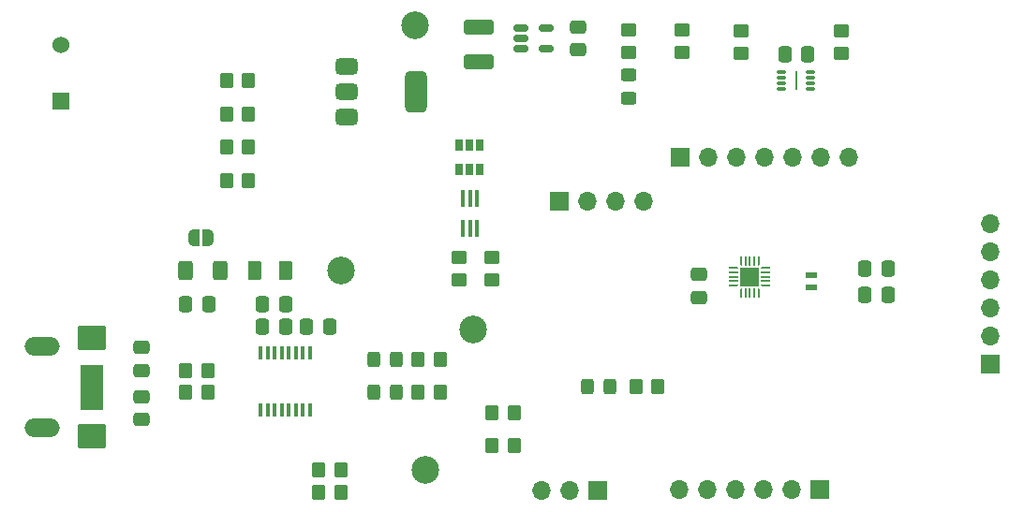
<source format=gbr>
%TF.GenerationSoftware,KiCad,Pcbnew,8.0.7*%
%TF.CreationDate,2025-02-09T15:31:53-05:00*%
%TF.ProjectId,ATTiny_416_Sensor_Board,41545469-6e79-45f3-9431-365f53656e73,rev?*%
%TF.SameCoordinates,Original*%
%TF.FileFunction,Soldermask,Top*%
%TF.FilePolarity,Negative*%
%FSLAX46Y46*%
G04 Gerber Fmt 4.6, Leading zero omitted, Abs format (unit mm)*
G04 Created by KiCad (PCBNEW 8.0.7) date 2025-02-09 15:31:53*
%MOMM*%
%LPD*%
G01*
G04 APERTURE LIST*
G04 Aperture macros list*
%AMRoundRect*
0 Rectangle with rounded corners*
0 $1 Rounding radius*
0 $2 $3 $4 $5 $6 $7 $8 $9 X,Y pos of 4 corners*
0 Add a 4 corners polygon primitive as box body*
4,1,4,$2,$3,$4,$5,$6,$7,$8,$9,$2,$3,0*
0 Add four circle primitives for the rounded corners*
1,1,$1+$1,$2,$3*
1,1,$1+$1,$4,$5*
1,1,$1+$1,$6,$7*
1,1,$1+$1,$8,$9*
0 Add four rect primitives between the rounded corners*
20,1,$1+$1,$2,$3,$4,$5,0*
20,1,$1+$1,$4,$5,$6,$7,0*
20,1,$1+$1,$6,$7,$8,$9,0*
20,1,$1+$1,$8,$9,$2,$3,0*%
%AMFreePoly0*
4,1,14,0.334644,0.085355,0.385355,0.034644,0.400000,-0.000711,0.400000,-0.050000,0.385355,-0.085355,0.350000,-0.100000,-0.350000,-0.100000,-0.385355,-0.085355,-0.400000,-0.050000,-0.400000,0.050000,-0.385355,0.085355,-0.350000,0.100000,0.299289,0.100000,0.334644,0.085355,0.334644,0.085355,$1*%
%AMFreePoly1*
4,1,14,0.385355,0.085355,0.400000,0.050000,0.400000,0.000711,0.385355,-0.034644,0.334644,-0.085355,0.299289,-0.100000,-0.350000,-0.100000,-0.385355,-0.085355,-0.400000,-0.050000,-0.400000,0.050000,-0.385355,0.085355,-0.350000,0.100000,0.350000,0.100000,0.385355,0.085355,0.385355,0.085355,$1*%
%AMFreePoly2*
4,1,14,0.085355,0.385355,0.100000,0.350000,0.100000,-0.350000,0.085355,-0.385355,0.050000,-0.400000,-0.050000,-0.400000,-0.085355,-0.385355,-0.100000,-0.350000,-0.100000,0.299289,-0.085355,0.334644,-0.034644,0.385355,0.000711,0.400000,0.050000,0.400000,0.085355,0.385355,0.085355,0.385355,$1*%
%AMFreePoly3*
4,1,14,0.034644,0.385355,0.085355,0.334644,0.100000,0.299289,0.100000,-0.350000,0.085355,-0.385355,0.050000,-0.400000,-0.050000,-0.400000,-0.085355,-0.385355,-0.100000,-0.350000,-0.100000,0.350000,-0.085355,0.385355,-0.050000,0.400000,-0.000711,0.400000,0.034644,0.385355,0.034644,0.385355,$1*%
%AMFreePoly4*
4,1,14,0.385355,0.085355,0.400000,0.050000,0.400000,-0.050000,0.385355,-0.085355,0.350000,-0.100000,-0.299289,-0.100000,-0.334644,-0.085355,-0.385355,-0.034644,-0.400000,0.000711,-0.400000,0.050000,-0.385355,0.085355,-0.350000,0.100000,0.350000,0.100000,0.385355,0.085355,0.385355,0.085355,$1*%
%AMFreePoly5*
4,1,14,0.385355,0.085355,0.400000,0.050000,0.400000,-0.050000,0.385355,-0.085355,0.350000,-0.100000,-0.350000,-0.100000,-0.385355,-0.085355,-0.400000,-0.050000,-0.400000,-0.000711,-0.385355,0.034644,-0.334644,0.085355,-0.299289,0.100000,0.350000,0.100000,0.385355,0.085355,0.385355,0.085355,$1*%
%AMFreePoly6*
4,1,14,0.085355,0.385355,0.100000,0.350000,0.100000,-0.299289,0.085355,-0.334644,0.034644,-0.385355,-0.000711,-0.400000,-0.050000,-0.400000,-0.085355,-0.385355,-0.100000,-0.350000,-0.100000,0.350000,-0.085355,0.385355,-0.050000,0.400000,0.050000,0.400000,0.085355,0.385355,0.085355,0.385355,$1*%
%AMFreePoly7*
4,1,14,0.085355,0.385355,0.100000,0.350000,0.100000,-0.350000,0.085355,-0.385355,0.050000,-0.400000,0.000711,-0.400000,-0.034644,-0.385355,-0.085355,-0.334644,-0.100000,-0.299289,-0.100000,0.350000,-0.085355,0.385355,-0.050000,0.400000,0.050000,0.400000,0.085355,0.385355,0.085355,0.385355,$1*%
%AMFreePoly8*
4,1,19,0.500000,-0.750000,0.000000,-0.750000,0.000000,-0.744911,-0.071157,-0.744911,-0.207708,-0.704816,-0.327430,-0.627875,-0.420627,-0.520320,-0.479746,-0.390866,-0.500000,-0.250000,-0.500000,0.250000,-0.479746,0.390866,-0.420627,0.520320,-0.327430,0.627875,-0.207708,0.704816,-0.071157,0.744911,0.000000,0.744911,0.000000,0.750000,0.500000,0.750000,0.500000,-0.750000,0.500000,-0.750000,
$1*%
%AMFreePoly9*
4,1,19,0.000000,0.744911,0.071157,0.744911,0.207708,0.704816,0.327430,0.627875,0.420627,0.520320,0.479746,0.390866,0.500000,0.250000,0.500000,-0.250000,0.479746,-0.390866,0.420627,-0.520320,0.327430,-0.627875,0.207708,-0.704816,0.071157,-0.744911,0.000000,-0.744911,0.000000,-0.750000,-0.500000,-0.750000,-0.500000,0.750000,0.000000,0.750000,0.000000,0.744911,0.000000,0.744911,
$1*%
G04 Aperture macros list end*
%ADD10C,0.010000*%
%ADD11R,0.700000X1.000000*%
%ADD12RoundRect,0.102000X-1.150000X1.000000X-1.150000X-1.000000X1.150000X-1.000000X1.150000X1.000000X0*%
%ADD13O,3.184000X1.694000*%
%ADD14R,1.000000X0.500000*%
%ADD15R,1.700000X1.700000*%
%ADD16O,1.700000X1.700000*%
%ADD17RoundRect,0.250000X0.475000X-0.337500X0.475000X0.337500X-0.475000X0.337500X-0.475000X-0.337500X0*%
%ADD18FreePoly0,0.000000*%
%ADD19RoundRect,0.050000X-0.350000X-0.050000X0.350000X-0.050000X0.350000X0.050000X-0.350000X0.050000X0*%
%ADD20FreePoly1,0.000000*%
%ADD21FreePoly2,0.000000*%
%ADD22RoundRect,0.050000X-0.050000X-0.350000X0.050000X-0.350000X0.050000X0.350000X-0.050000X0.350000X0*%
%ADD23FreePoly3,0.000000*%
%ADD24FreePoly4,0.000000*%
%ADD25FreePoly5,0.000000*%
%ADD26FreePoly6,0.000000*%
%ADD27FreePoly7,0.000000*%
%ADD28RoundRect,0.250000X0.337500X0.475000X-0.337500X0.475000X-0.337500X-0.475000X0.337500X-0.475000X0*%
%ADD29RoundRect,0.250000X-0.325000X-0.450000X0.325000X-0.450000X0.325000X0.450000X-0.325000X0.450000X0*%
%ADD30RoundRect,0.250000X0.350000X0.450000X-0.350000X0.450000X-0.350000X-0.450000X0.350000X-0.450000X0*%
%ADD31RoundRect,0.250000X1.100000X-0.412500X1.100000X0.412500X-1.100000X0.412500X-1.100000X-0.412500X0*%
%ADD32RoundRect,0.250000X-0.350000X-0.450000X0.350000X-0.450000X0.350000X0.450000X-0.350000X0.450000X0*%
%ADD33RoundRect,0.375000X-0.625000X-0.375000X0.625000X-0.375000X0.625000X0.375000X-0.625000X0.375000X0*%
%ADD34RoundRect,0.500000X-0.500000X-1.400000X0.500000X-1.400000X0.500000X1.400000X-0.500000X1.400000X0*%
%ADD35RoundRect,0.250000X-0.450000X0.350000X-0.450000X-0.350000X0.450000X-0.350000X0.450000X0.350000X0*%
%ADD36RoundRect,0.250000X-0.475000X0.337500X-0.475000X-0.337500X0.475000X-0.337500X0.475000X0.337500X0*%
%ADD37R,0.400000X1.200000*%
%ADD38RoundRect,0.250000X0.450000X-0.350000X0.450000X0.350000X-0.450000X0.350000X-0.450000X-0.350000X0*%
%ADD39RoundRect,0.250000X-0.337500X-0.475000X0.337500X-0.475000X0.337500X0.475000X-0.337500X0.475000X0*%
%ADD40RoundRect,0.250000X0.375000X0.625000X-0.375000X0.625000X-0.375000X-0.625000X0.375000X-0.625000X0*%
%ADD41RoundRect,0.250000X0.450000X-0.325000X0.450000X0.325000X-0.450000X0.325000X-0.450000X-0.325000X0*%
%ADD42C,2.500000*%
%ADD43RoundRect,0.150000X-0.512500X-0.150000X0.512500X-0.150000X0.512500X0.150000X-0.512500X0.150000X0*%
%ADD44R,1.524000X1.524000*%
%ADD45C,1.524000*%
%ADD46FreePoly8,0.000000*%
%ADD47FreePoly9,0.000000*%
%ADD48RoundRect,0.062500X-0.062500X-0.762500X0.062500X-0.762500X0.062500X0.762500X-0.062500X0.762500X0*%
%ADD49RoundRect,0.100000X-0.300000X-0.050000X0.300000X-0.050000X0.300000X0.050000X-0.300000X0.050000X0*%
%ADD50RoundRect,0.100000X0.100000X-0.650000X0.100000X0.650000X-0.100000X0.650000X-0.100000X-0.650000X0*%
%ADD51RoundRect,0.250000X0.400000X0.625000X-0.400000X0.625000X-0.400000X-0.625000X0.400000X-0.625000X0*%
G04 APERTURE END LIST*
D10*
%TO.C,J2*%
X119442500Y-106024500D02*
X117542500Y-106024500D01*
X117542500Y-105324500D01*
X119442500Y-105324500D01*
X119442500Y-106024500D01*
G36*
X119442500Y-106024500D02*
G01*
X117542500Y-106024500D01*
X117542500Y-105324500D01*
X119442500Y-105324500D01*
X119442500Y-106024500D01*
G37*
X119442500Y-106824500D02*
X117542500Y-106824500D01*
X117542500Y-106124500D01*
X119442500Y-106124500D01*
X119442500Y-106824500D01*
G36*
X119442500Y-106824500D02*
G01*
X117542500Y-106824500D01*
X117542500Y-106124500D01*
X119442500Y-106124500D01*
X119442500Y-106824500D01*
G37*
X119442500Y-107624500D02*
X117542500Y-107624500D01*
X117542500Y-106924500D01*
X119442500Y-106924500D01*
X119442500Y-107624500D01*
G36*
X119442500Y-107624500D02*
G01*
X117542500Y-107624500D01*
X117542500Y-106924500D01*
X119442500Y-106924500D01*
X119442500Y-107624500D01*
G37*
X119442500Y-108424500D02*
X117542500Y-108424500D01*
X117542500Y-107724500D01*
X119442500Y-107724500D01*
X119442500Y-108424500D01*
G36*
X119442500Y-108424500D02*
G01*
X117542500Y-108424500D01*
X117542500Y-107724500D01*
X119442500Y-107724500D01*
X119442500Y-108424500D01*
G37*
X119442500Y-109224500D02*
X117542500Y-109224500D01*
X117542500Y-108524500D01*
X119442500Y-108524500D01*
X119442500Y-109224500D01*
G36*
X119442500Y-109224500D02*
G01*
X117542500Y-109224500D01*
X117542500Y-108524500D01*
X119442500Y-108524500D01*
X119442500Y-109224500D01*
G37*
%TD*%
D11*
%TO.C,U5*%
X151725000Y-87574500D03*
X152675000Y-87574500D03*
X153625000Y-87574500D03*
X153625000Y-85375500D03*
X152675000Y-85375500D03*
X151725000Y-85375500D03*
%TD*%
D12*
%TO.C,J2*%
X118542500Y-102824500D03*
X118542500Y-111724500D03*
D13*
X114042500Y-103624500D03*
X114042500Y-110924500D03*
%TD*%
D14*
%TO.C,Y1*%
X183600000Y-98299500D03*
X183600000Y-97199500D03*
%TD*%
D15*
%TO.C,J5*%
X164250000Y-116599500D03*
D16*
X161710000Y-116599500D03*
X159170000Y-116599500D03*
%TD*%
D17*
%TO.C,C1*%
X173400000Y-99174500D03*
X173400000Y-97099500D03*
%TD*%
D18*
%TO.C,U1*%
X176550000Y-96499500D03*
D19*
X176550000Y-96899500D03*
X176550000Y-97299500D03*
X176550000Y-97699500D03*
D20*
X176550000Y-98099500D03*
D21*
X177200000Y-98749500D03*
D22*
X177600000Y-98749500D03*
X178000000Y-98749500D03*
X178400000Y-98749500D03*
D23*
X178800000Y-98749500D03*
D24*
X179450000Y-98099500D03*
D19*
X179450000Y-97699500D03*
X179450000Y-97299500D03*
X179450000Y-96899500D03*
D25*
X179450000Y-96499500D03*
D26*
X178800000Y-95849500D03*
D22*
X178400000Y-95849500D03*
X178000000Y-95849500D03*
X177600000Y-95849500D03*
D27*
X177200000Y-95849500D03*
D15*
X178000000Y-97299500D03*
%TD*%
D17*
%TO.C,C7*%
X123042500Y-105774500D03*
X123042500Y-103699500D03*
%TD*%
D28*
%TO.C,C4*%
X136042500Y-99774500D03*
X133967500Y-99774500D03*
%TD*%
D29*
%TO.C,D1*%
X144017500Y-104774500D03*
X146067500Y-104774500D03*
%TD*%
D15*
%TO.C,J3*%
X171725000Y-86474500D03*
D16*
X174265000Y-86474500D03*
X176805000Y-86474500D03*
X179345000Y-86474500D03*
X181885000Y-86474500D03*
X184425000Y-86474500D03*
X186965000Y-86474500D03*
%TD*%
D30*
%TO.C,R13*%
X132725000Y-82574500D03*
X130725000Y-82574500D03*
%TD*%
D31*
%TO.C,C11*%
X153475000Y-77849500D03*
X153475000Y-74724500D03*
%TD*%
D32*
%TO.C,R3*%
X148042500Y-104774500D03*
X150042500Y-104774500D03*
%TD*%
D33*
%TO.C,D4*%
X141575000Y-78274500D03*
X141575000Y-80574500D03*
X141575000Y-82874500D03*
D34*
X147875000Y-80574500D03*
%TD*%
D35*
%TO.C,R10*%
X171850000Y-74999500D03*
X171850000Y-76999500D03*
%TD*%
D36*
%TO.C,C8*%
X123042500Y-108124500D03*
X123042500Y-110199500D03*
%TD*%
D37*
%TO.C,U2*%
X133820000Y-109374500D03*
X134455000Y-109374500D03*
X135090000Y-109374500D03*
X135725000Y-109374500D03*
X136360000Y-109374500D03*
X136995000Y-109374500D03*
X137630000Y-109374500D03*
X138265000Y-109374500D03*
X138265000Y-104174500D03*
X137630000Y-104174500D03*
X136995000Y-104174500D03*
X136360000Y-104174500D03*
X135725000Y-104174500D03*
X135090000Y-104174500D03*
X134455000Y-104174500D03*
X133820000Y-104174500D03*
%TD*%
D38*
%TO.C,R19*%
X167050000Y-76999500D03*
X167050000Y-74999500D03*
%TD*%
D15*
%TO.C,J1*%
X160805000Y-90474500D03*
D16*
X163345000Y-90474500D03*
X165885000Y-90474500D03*
X168425000Y-90474500D03*
%TD*%
D39*
%TO.C,C3*%
X188400000Y-98899500D03*
X190475000Y-98899500D03*
%TD*%
D40*
%TO.C,F1*%
X136042500Y-96774500D03*
X133242500Y-96774500D03*
%TD*%
D35*
%TO.C,R12*%
X177250000Y-75099500D03*
X177250000Y-77099500D03*
%TD*%
D32*
%TO.C,R17*%
X130725000Y-88574500D03*
X132725000Y-88574500D03*
%TD*%
D41*
%TO.C,D5*%
X167050000Y-81124500D03*
X167050000Y-79074500D03*
%TD*%
D42*
%TO.C,TP2*%
X141042500Y-96774500D03*
%TD*%
D32*
%TO.C,R18*%
X167700000Y-107274500D03*
X169700000Y-107274500D03*
%TD*%
D28*
%TO.C,C6*%
X136042500Y-101774500D03*
X133967500Y-101774500D03*
%TD*%
D17*
%TO.C,C12*%
X162475000Y-76762000D03*
X162475000Y-74687000D03*
%TD*%
D32*
%TO.C,R7*%
X130725000Y-79574500D03*
X132725000Y-79574500D03*
%TD*%
D28*
%TO.C,C10*%
X183262500Y-77174500D03*
X181187500Y-77174500D03*
%TD*%
D32*
%TO.C,R9*%
X154725000Y-112574500D03*
X156725000Y-112574500D03*
%TD*%
D35*
%TO.C,R11*%
X186250000Y-75099500D03*
X186250000Y-77099500D03*
%TD*%
D32*
%TO.C,R8*%
X154725000Y-109574500D03*
X156725000Y-109574500D03*
%TD*%
%TO.C,R5*%
X127042500Y-105774500D03*
X129042500Y-105774500D03*
%TD*%
D43*
%TO.C,U6*%
X157337500Y-74774500D03*
X157337500Y-75724500D03*
X157337500Y-76674500D03*
X159612500Y-76674500D03*
X159612500Y-74774500D03*
%TD*%
D42*
%TO.C,TP3*%
X152975000Y-102074500D03*
%TD*%
D30*
%TO.C,R1*%
X141042500Y-116774500D03*
X139042500Y-116774500D03*
%TD*%
D44*
%TO.C,J4*%
X115725000Y-81374500D03*
D45*
X115725000Y-76294500D03*
%TD*%
D46*
%TO.C,JP1*%
X127742500Y-93774500D03*
D47*
X129042500Y-93774500D03*
%TD*%
D48*
%TO.C,U4*%
X182198500Y-79551000D03*
D49*
X180898500Y-78801000D03*
X180898500Y-79301000D03*
X180898500Y-79801000D03*
X180898500Y-80301000D03*
X183498500Y-80301000D03*
X183498500Y-79801000D03*
X183498500Y-79301000D03*
X183498500Y-78801000D03*
%TD*%
D15*
%TO.C,J6*%
X199725000Y-105194500D03*
D16*
X199725000Y-102654500D03*
X199725000Y-100114500D03*
X199725000Y-97574500D03*
X199725000Y-95034500D03*
X199725000Y-92494500D03*
%TD*%
D32*
%TO.C,R14*%
X130725000Y-85574500D03*
X132725000Y-85574500D03*
%TD*%
D50*
%TO.C,U3*%
X152075500Y-92894500D03*
X152725500Y-92894500D03*
X153375500Y-92894500D03*
X153375500Y-90234500D03*
X152725500Y-90234500D03*
X152075500Y-90234500D03*
%TD*%
D29*
%TO.C,D3*%
X163300000Y-107274500D03*
X165350000Y-107274500D03*
%TD*%
D42*
%TO.C,TP1*%
X148725000Y-114774500D03*
%TD*%
D39*
%TO.C,C9*%
X127042500Y-99774500D03*
X129117500Y-99774500D03*
%TD*%
D29*
%TO.C,D2*%
X144017500Y-107774500D03*
X146067500Y-107774500D03*
%TD*%
D35*
%TO.C,R15*%
X151725500Y-95564500D03*
X151725500Y-97564500D03*
%TD*%
D42*
%TO.C,TP4*%
X147725000Y-74574500D03*
%TD*%
D35*
%TO.C,R16*%
X154725500Y-95564500D03*
X154725500Y-97564500D03*
%TD*%
D15*
%TO.C,J7*%
X184345000Y-116574500D03*
D16*
X181805000Y-116574500D03*
X179265000Y-116574500D03*
X176725000Y-116574500D03*
X174185000Y-116574500D03*
X171645000Y-116574500D03*
%TD*%
D39*
%TO.C,C5*%
X137942500Y-101774500D03*
X140017500Y-101774500D03*
%TD*%
%TO.C,C2*%
X188400000Y-96599500D03*
X190475000Y-96599500D03*
%TD*%
D32*
%TO.C,R4*%
X148042500Y-107774500D03*
X150042500Y-107774500D03*
%TD*%
%TO.C,R6*%
X127042500Y-107774500D03*
X129042500Y-107774500D03*
%TD*%
D51*
%TO.C,FB1*%
X130142500Y-96774500D03*
X127042500Y-96774500D03*
%TD*%
D30*
%TO.C,R2*%
X141042500Y-114774500D03*
X139042500Y-114774500D03*
%TD*%
M02*

</source>
